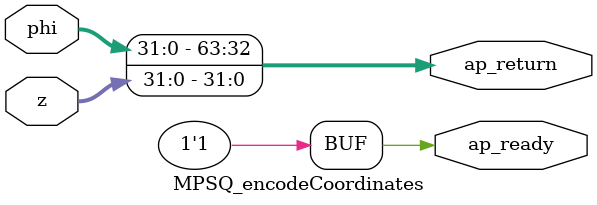
<source format=v>

`timescale 1 ns / 1 ps 

module MPSQ_encodeCoordinates (
        ap_ready,
        phi,
        z,
        ap_return
);


output   ap_ready;
input  [31:0] phi;
input  [31:0] z;
output  [63:0] ap_return;

assign ap_ready = 1'b1;

assign ap_return = {{phi}, {z}};

endmodule //MPSQ_encodeCoordinates

</source>
